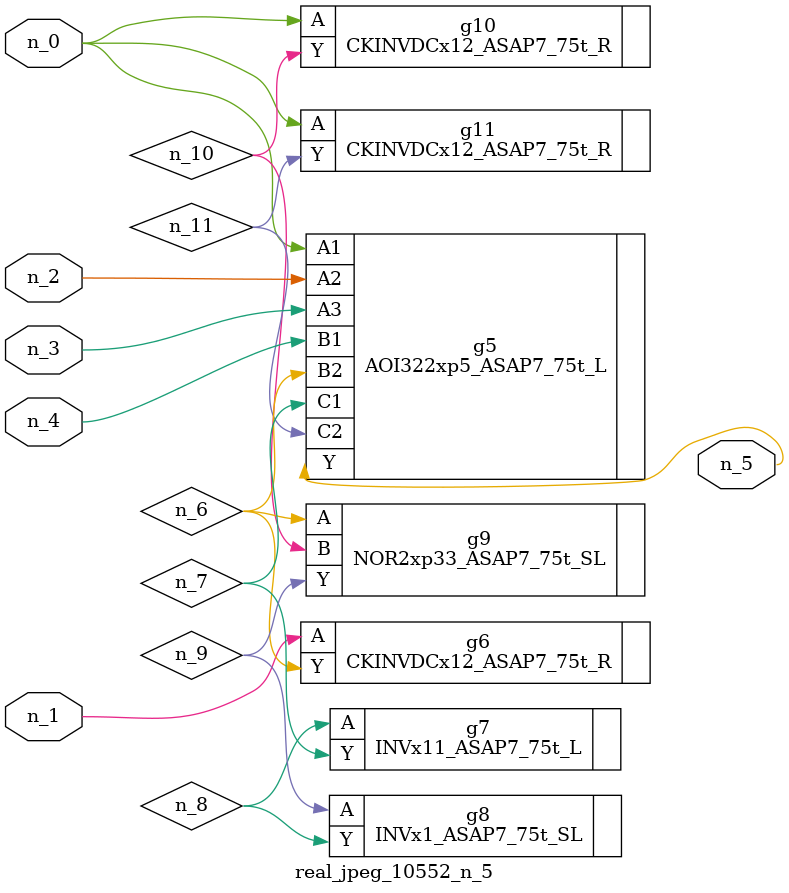
<source format=v>
module real_jpeg_10552_n_5 (n_4, n_0, n_1, n_2, n_3, n_5);

input n_4;
input n_0;
input n_1;
input n_2;
input n_3;

output n_5;

wire n_8;
wire n_11;
wire n_6;
wire n_7;
wire n_10;
wire n_9;

AOI322xp5_ASAP7_75t_L g5 ( 
.A1(n_0),
.A2(n_2),
.A3(n_3),
.B1(n_4),
.B2(n_6),
.C1(n_7),
.C2(n_11),
.Y(n_5)
);

CKINVDCx12_ASAP7_75t_R g10 ( 
.A(n_0),
.Y(n_10)
);

CKINVDCx12_ASAP7_75t_R g11 ( 
.A(n_0),
.Y(n_11)
);

CKINVDCx12_ASAP7_75t_R g6 ( 
.A(n_1),
.Y(n_6)
);

NOR2xp33_ASAP7_75t_SL g9 ( 
.A(n_6),
.B(n_10),
.Y(n_9)
);

INVx11_ASAP7_75t_L g7 ( 
.A(n_8),
.Y(n_7)
);

INVx1_ASAP7_75t_SL g8 ( 
.A(n_9),
.Y(n_8)
);


endmodule
</source>
